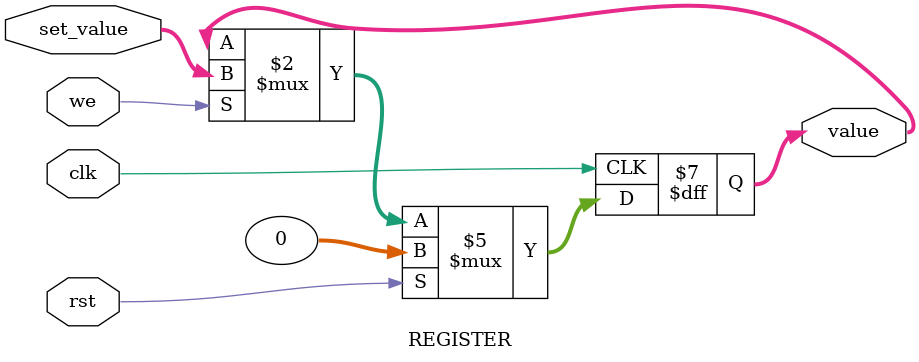
<source format=sv>
module REGISTER 
#(
    parameter WIDTH         = 32, 
    parameter INITIAL_VALUE = 0
)(
    input  logic clk,
    input  logic rst,
    input  logic we,
    input  logic [WIDTH-1:0] set_value,
    output logic [WIDTH-1:0] value
);

    always_ff @(posedge clk) begin
        if (rst) begin
            value <= INITIAL_VALUE;
        end else if (we) begin 
            value <= set_value;
        end
    end

endmodule
</source>
